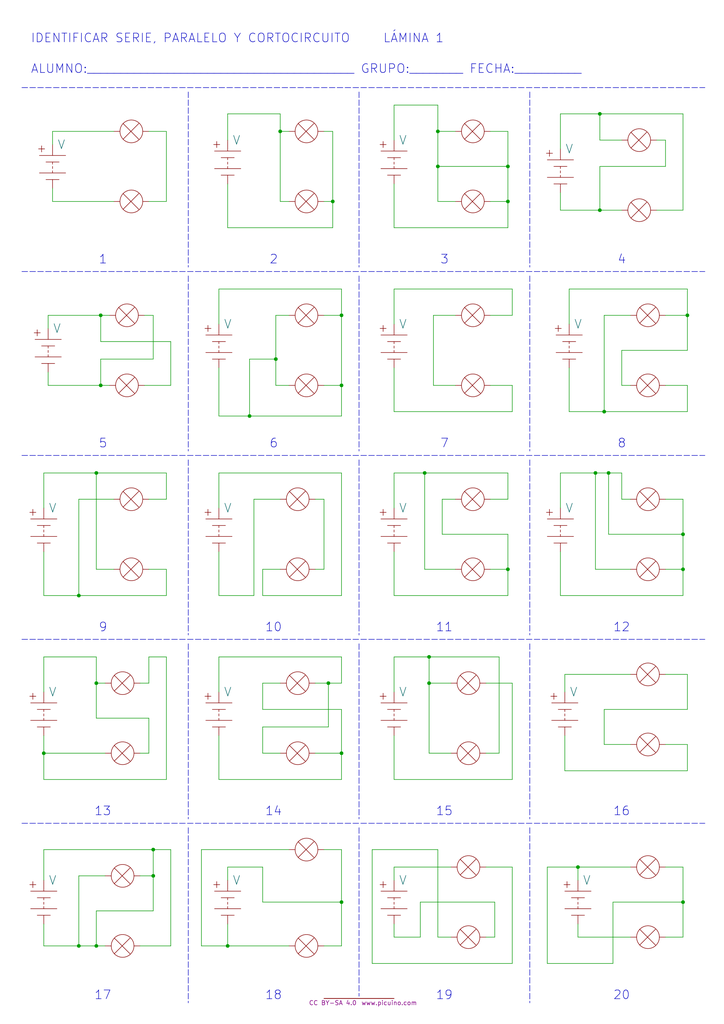
<source format=kicad_sch>
(kicad_sch (version 20211123) (generator eeschema)
  (paper "A4" portrait)
  (title_block (title "Circuitos eléctricos. Identificar serie, paralelo y cortocircuito") (date "16/11/2018") (company "www.picuino.com") (comment 1 "Copyright (c) 2018 by Carlos Pardo") (comment 2 "License CC BY-SA 4.0"))
  (lib_symbols
    (symbol "electric-serie-paralelo-rescue:CopyRight-simbolos" (pin_names (offset 1.016))
      (property "License" "CC BY-SA 4.0" (at -1.27 -1.27 0))
      (property "Web" "www.picuino.com" (at 0 -1.27 0))
      (symbol "CopyRight-simbolos_0_1"
        (polyline (pts (xy -10.16 0) (xy 10.16 0)) (stroke (width 0.2032)))
      )
    )
    (symbol "electric-serie-paralelo-rescue:bateria-simbolos" (pin_names (offset 1.016))
      (property "Reference" "V" (at 5.08 -4.445 0))
      (symbol "bateria-simbolos_0_1"
        (polyline (pts (xy -4.064 -1.27) (xy -2.286 -1.27)))
        (polyline (pts (xy -3.81 -8.255) (xy 3.81 -8.255)))
        (polyline (pts (xy -3.81 -3.175) (xy 3.81 -3.175)))
        (polyline (pts (xy -3.175 -0.381) (xy -3.175 -2.159)))
        (polyline (pts (xy -1.905 -10.16) (xy 1.905 -10.16)))
        (polyline (pts (xy -1.905 -5.08) (xy 1.905 -5.08)))
        (polyline (pts (xy 0 -8.255) (xy 0 -7.62)))
        (polyline (pts (xy 0 -6.985) (xy 0 -6.35)))
        (polyline (pts (xy 0 -5.715) (xy 0 -5.08)))
      )
      (symbol "bateria-simbolos_1_1"
        (pin input line (at 0 -12.7 90) (length 2.54) (name "") (number ""))
        (pin input line (at 0 0 270) (length 3.175) (name "") (number ""))
      )
    )
    (symbol "electric-serie-paralelo-rescue:lampara-simbolos" (pin_names (offset 1.016))
      (property "Reference" "L" (at 4.445 -5.08 0))
      (symbol "lampara-simbolos_0_1"
        (circle (center 0 -5.08) (radius 3.302))
        (polyline (pts (xy -2.286 -7.493) (xy 2.286 -2.921)))
        (polyline (pts (xy -2.286 -2.921) (xy 2.286 -7.493)))
      )
      (symbol "lampara-simbolos_1_1"
        (pin input line (at 0 -10.16 90) (length 1.778) (name "") (number ""))
        (pin input line (at 0 0 270) (length 1.778) (name "") (number ""))
      )
    )
  )
  (junction (at 127 48.26))
  (junction (at 172.72 137.16))
  (junction (at 80.01 104.14))
  (junction (at 44.45 246.38))
  (junction (at 198.12 261.62))
  (junction (at 29.21 111.76))
  (junction (at 147.32 58.42))
  (junction (at 22.86 274.32))
  (junction (at 147.32 48.26))
  (junction (at 27.94 137.16))
  (junction (at 124.46 190.5))
  (junction (at 199.39 91.44))
  (junction (at 95.25 198.12))
  (junction (at 22.86 172.72))
  (junction (at 127 38.1))
  (junction (at 72.39 120.65))
  (junction (at 147.32 165.1))
  (junction (at 173.99 60.96))
  (junction (at 175.26 119.38))
  (junction (at 167.64 251.46))
  (junction (at 44.45 254))
  (junction (at 123.19 137.16))
  (junction (at 66.04 274.32))
  (junction (at 124.46 198.12))
  (junction (at 81.28 38.1))
  (junction (at 96.52 58.42))
  (junction (at 99.06 91.44))
  (junction (at 176.53 137.16))
  (junction (at 99.06 218.44))
  (junction (at 27.94 198.12))
  (junction (at 173.99 33.02))
  (junction (at 12.7 218.44))
  (junction (at 198.12 165.1))
  (junction (at 29.21 91.44))
  (junction (at 198.12 154.94))
  (junction (at 99.06 261.62))
  (junction (at 27.94 274.32))
  (junction (at 99.06 111.76))
  (wire (pts (xy 127 30.48) (xy 127 38.1)))
  (wire (pts (xy 167.64 267.97) (xy 167.64 271.78)))
  (wire (pts (xy 12.7 246.38) (xy 44.45 246.38)))
  (wire (pts (xy 63.5 226.06) (xy 63.5 213.36)))
  (polyline (pts (xy 104.14 80.01) (xy 104.14 130.81)))
  (wire (pts (xy 27.94 198.12) (xy 27.94 208.28)))
  (wire (pts (xy 41.91 111.76) (xy 49.53 111.76)))
  (wire (pts (xy 81.28 33.02) (xy 81.28 38.1)))
  (wire (pts (xy 58.42 246.38) (xy 83.82 246.38)))
  (wire (pts (xy 127 271.78) (xy 127 246.38)))
  (wire (pts (xy 76.2 172.72) (xy 76.2 165.1)))
  (wire (pts (xy 199.39 119.38) (xy 199.39 111.76)))
  (wire (pts (xy 49.53 246.38) (xy 49.53 274.32)))
  (wire (pts (xy 63.5 83.82) (xy 63.5 93.98)))
  (wire (pts (xy 43.18 198.12) (xy 43.18 190.5)))
  (wire (pts (xy 72.39 120.65) (xy 72.39 104.14)))
  (wire (pts (xy 44.45 254) (xy 40.64 254)))
  (wire (pts (xy 163.83 213.36) (xy 163.83 223.52)))
  (wire (pts (xy 162.56 33.02) (xy 173.99 33.02)))
  (polyline (pts (xy 6.35 25.4) (xy 204.47 25.4)))
  (wire (pts (xy 173.99 33.02) (xy 198.12 33.02)))
  (wire (pts (xy 80.01 104.14) (xy 80.01 91.44)))
  (wire (pts (xy 165.1 106.68) (xy 165.1 119.38)))
  (wire (pts (xy 76.2 205.74) (xy 99.06 205.74)))
  (wire (pts (xy 198.12 271.78) (xy 198.12 261.62)))
  (wire (pts (xy 12.7 218.44) (xy 12.7 213.36)))
  (polyline (pts (xy 104.14 186.69) (xy 104.14 237.49)))
  (wire (pts (xy 99.06 190.5) (xy 99.06 198.12)))
  (wire (pts (xy 66.04 33.02) (xy 81.28 33.02)))
  (wire (pts (xy 63.5 190.5) (xy 99.06 190.5)))
  (wire (pts (xy 172.72 137.16) (xy 176.53 137.16)))
  (wire (pts (xy 198.12 60.96) (xy 190.5 60.96)))
  (wire (pts (xy 30.48 198.12) (xy 27.94 198.12)))
  (wire (pts (xy 13.97 95.25) (xy 13.97 91.44)))
  (wire (pts (xy 99.06 261.62) (xy 99.06 274.32)))
  (wire (pts (xy 114.3 137.16) (xy 114.3 147.32)))
  (wire (pts (xy 123.19 137.16) (xy 114.3 137.16)))
  (wire (pts (xy 40.64 198.12) (xy 43.18 198.12)))
  (wire (pts (xy 142.24 38.1) (xy 147.32 38.1)))
  (wire (pts (xy 198.12 165.1) (xy 198.12 172.72)))
  (wire (pts (xy 199.39 83.82) (xy 199.39 91.44)))
  (wire (pts (xy 66.04 251.46) (xy 76.2 251.46)))
  (wire (pts (xy 158.75 279.4) (xy 158.75 251.46)))
  (wire (pts (xy 76.2 251.46) (xy 76.2 261.62)))
  (wire (pts (xy 99.06 120.65) (xy 99.06 111.76)))
  (wire (pts (xy 143.51 261.62) (xy 143.51 271.78)))
  (wire (pts (xy 175.26 205.74) (xy 175.26 215.9)))
  (wire (pts (xy 27.94 274.32) (xy 22.86 274.32)))
  (wire (pts (xy 163.83 195.58) (xy 182.88 195.58)))
  (wire (pts (xy 193.04 195.58) (xy 199.39 195.58)))
  (wire (pts (xy 173.99 40.64) (xy 173.99 33.02)))
  (wire (pts (xy 180.34 101.6) (xy 199.39 101.6)))
  (wire (pts (xy 76.2 218.44) (xy 76.2 210.82)))
  (wire (pts (xy 148.59 198.12) (xy 148.59 226.06)))
  (wire (pts (xy 48.26 165.1) (xy 43.18 165.1)))
  (wire (pts (xy 199.39 205.74) (xy 175.26 205.74)))
  (wire (pts (xy 176.53 137.16) (xy 176.53 154.94)))
  (wire (pts (xy 148.59 119.38) (xy 148.59 111.76)))
  (wire (pts (xy 147.32 137.16) (xy 123.19 137.16)))
  (wire (pts (xy 29.21 111.76) (xy 31.75 111.76)))
  (wire (pts (xy 99.06 83.82) (xy 99.06 91.44)))
  (wire (pts (xy 72.39 104.14) (xy 80.01 104.14)))
  (wire (pts (xy 12.7 172.72) (xy 22.86 172.72)))
  (wire (pts (xy 125.73 91.44) (xy 125.73 111.76)))
  (wire (pts (xy 199.39 223.52) (xy 199.39 215.9)))
  (wire (pts (xy 148.59 111.76) (xy 142.24 111.76)))
  (wire (pts (xy 13.97 111.76) (xy 29.21 111.76)))
  (wire (pts (xy 124.46 198.12) (xy 124.46 190.5)))
  (wire (pts (xy 114.3 40.64) (xy 114.3 30.48)))
  (wire (pts (xy 49.53 111.76) (xy 49.53 99.06)))
  (wire (pts (xy 142.24 165.1) (xy 147.32 165.1)))
  (wire (pts (xy 147.32 144.78) (xy 147.32 137.16)))
  (wire (pts (xy 99.06 218.44) (xy 99.06 226.06)))
  (wire (pts (xy 99.06 274.32) (xy 93.98 274.32)))
  (wire (pts (xy 48.26 38.1) (xy 48.26 58.42)))
  (wire (pts (xy 44.45 91.44) (xy 44.45 104.14)))
  (wire (pts (xy 107.95 279.4) (xy 148.59 279.4)))
  (wire (pts (xy 12.7 147.32) (xy 12.7 137.16)))
  (wire (pts (xy 162.56 172.72) (xy 162.56 160.02)))
  (wire (pts (xy 167.64 255.27) (xy 167.64 251.46)))
  (wire (pts (xy 162.56 147.32) (xy 162.56 137.16)))
  (wire (pts (xy 58.42 274.32) (xy 58.42 246.38)))
  (wire (pts (xy 176.53 137.16) (xy 180.34 137.16)))
  (wire (pts (xy 162.56 137.16) (xy 172.72 137.16)))
  (wire (pts (xy 48.26 226.06) (xy 12.7 226.06)))
  (polyline (pts (xy 54.61 80.01) (xy 54.61 130.81)))
  (wire (pts (xy 148.59 226.06) (xy 114.3 226.06)))
  (wire (pts (xy 44.45 246.38) (xy 44.45 254)))
  (wire (pts (xy 148.59 91.44) (xy 142.24 91.44)))
  (wire (pts (xy 76.2 198.12) (xy 76.2 205.74)))
  (wire (pts (xy 132.08 165.1) (xy 123.19 165.1)))
  (wire (pts (xy 27.94 190.5) (xy 27.94 198.12)))
  (wire (pts (xy 198.12 154.94) (xy 198.12 144.78)))
  (polyline (pts (xy 153.67 240.03) (xy 153.67 290.83)))
  (wire (pts (xy 48.26 144.78) (xy 43.18 144.78)))
  (wire (pts (xy 114.3 271.78) (xy 121.92 271.78)))
  (wire (pts (xy 44.45 264.16) (xy 27.94 264.16)))
  (wire (pts (xy 96.52 38.1) (xy 96.52 58.42)))
  (wire (pts (xy 48.26 190.5) (xy 48.26 226.06)))
  (wire (pts (xy 49.53 99.06) (xy 29.21 99.06)))
  (wire (pts (xy 12.7 160.02) (xy 12.7 172.72)))
  (wire (pts (xy 127 38.1) (xy 132.08 38.1)))
  (wire (pts (xy 199.39 91.44) (xy 193.04 91.44)))
  (wire (pts (xy 199.39 195.58) (xy 199.39 205.74)))
  (wire (pts (xy 15.24 38.1) (xy 33.02 38.1)))
  (wire (pts (xy 63.5 137.16) (xy 99.06 137.16)))
  (wire (pts (xy 22.86 274.32) (xy 22.86 254)))
  (wire (pts (xy 167.64 271.78) (xy 182.88 271.78)))
  (wire (pts (xy 114.3 251.46) (xy 130.81 251.46)))
  (wire (pts (xy 29.21 104.14) (xy 29.21 111.76)))
  (wire (pts (xy 95.25 210.82) (xy 95.25 198.12)))
  (wire (pts (xy 180.34 111.76) (xy 180.34 101.6)))
  (wire (pts (xy 63.5 172.72) (xy 73.66 172.72)))
  (wire (pts (xy 177.8 261.62) (xy 177.8 279.4)))
  (wire (pts (xy 144.78 218.44) (xy 140.97 218.44)))
  (wire (pts (xy 41.91 91.44) (xy 44.45 91.44)))
  (wire (pts (xy 180.34 60.96) (xy 173.99 60.96)))
  (wire (pts (xy 128.27 144.78) (xy 132.08 144.78)))
  (wire (pts (xy 76.2 261.62) (xy 99.06 261.62)))
  (wire (pts (xy 163.83 200.66) (xy 163.83 195.58)))
  (polyline (pts (xy 104.14 26.67) (xy 104.14 77.47)))
  (polyline (pts (xy 153.67 80.01) (xy 153.67 130.81)))
  (wire (pts (xy 96.52 58.42) (xy 93.98 58.42)))
  (wire (pts (xy 91.44 218.44) (xy 99.06 218.44)))
  (wire (pts (xy 198.12 144.78) (xy 193.04 144.78)))
  (wire (pts (xy 193.04 48.26) (xy 193.04 40.64)))
  (wire (pts (xy 83.82 274.32) (xy 66.04 274.32)))
  (wire (pts (xy 33.02 58.42) (xy 15.24 58.42)))
  (wire (pts (xy 44.45 104.14) (xy 29.21 104.14)))
  (wire (pts (xy 193.04 271.78) (xy 198.12 271.78)))
  (wire (pts (xy 130.81 198.12) (xy 124.46 198.12)))
  (wire (pts (xy 198.12 165.1) (xy 193.04 165.1)))
  (wire (pts (xy 13.97 91.44) (xy 29.21 91.44)))
  (wire (pts (xy 147.32 58.42) (xy 142.24 58.42)))
  (wire (pts (xy 114.3 83.82) (xy 148.59 83.82)))
  (polyline (pts (xy 6.35 78.74) (xy 204.47 78.74)))
  (wire (pts (xy 99.06 226.06) (xy 63.5 226.06)))
  (wire (pts (xy 93.98 144.78) (xy 93.98 165.1)))
  (wire (pts (xy 114.3 226.06) (xy 114.3 213.36)))
  (polyline (pts (xy 54.61 26.67) (xy 54.61 77.47)))
  (wire (pts (xy 147.32 58.42) (xy 147.32 66.04)))
  (wire (pts (xy 81.28 198.12) (xy 76.2 198.12)))
  (wire (pts (xy 12.7 137.16) (xy 27.94 137.16)))
  (wire (pts (xy 81.28 58.42) (xy 83.82 58.42)))
  (wire (pts (xy 114.3 119.38) (xy 148.59 119.38)))
  (wire (pts (xy 91.44 144.78) (xy 93.98 144.78)))
  (wire (pts (xy 73.66 172.72) (xy 73.66 144.78)))
  (wire (pts (xy 165.1 119.38) (xy 175.26 119.38)))
  (wire (pts (xy 27.94 208.28) (xy 43.18 208.28)))
  (polyline (pts (xy 104.14 240.03) (xy 104.14 288.925)))
  (wire (pts (xy 12.7 255.27) (xy 12.7 246.38)))
  (wire (pts (xy 123.19 165.1) (xy 123.19 137.16)))
  (wire (pts (xy 66.04 274.32) (xy 58.42 274.32)))
  (wire (pts (xy 180.34 40.64) (xy 173.99 40.64)))
  (wire (pts (xy 198.12 261.62) (xy 177.8 261.62)))
  (wire (pts (xy 193.04 40.64) (xy 190.5 40.64)))
  (wire (pts (xy 48.26 58.42) (xy 43.18 58.42)))
  (polyline (pts (xy 54.61 133.35) (xy 54.61 184.15)))
  (wire (pts (xy 99.06 205.74) (xy 99.06 218.44)))
  (polyline (pts (xy 104.14 133.35) (xy 104.14 184.15)))
  (wire (pts (xy 12.7 226.06) (xy 12.7 218.44)))
  (wire (pts (xy 162.56 60.96) (xy 162.56 55.88)))
  (wire (pts (xy 12.7 200.66) (xy 12.7 190.5)))
  (wire (pts (xy 121.92 261.62) (xy 143.51 261.62)))
  (wire (pts (xy 48.26 172.72) (xy 48.26 165.1)))
  (wire (pts (xy 22.86 274.32) (xy 12.7 274.32)))
  (wire (pts (xy 127 246.38) (xy 107.95 246.38)))
  (wire (pts (xy 107.95 246.38) (xy 107.95 279.4)))
  (wire (pts (xy 76.2 210.82) (xy 95.25 210.82)))
  (wire (pts (xy 172.72 137.16) (xy 172.72 165.1)))
  (wire (pts (xy 66.04 255.27) (xy 66.04 251.46)))
  (polyline (pts (xy 6.35 185.42) (xy 204.47 185.42)))
  (wire (pts (xy 147.32 48.26) (xy 147.32 58.42)))
  (wire (pts (xy 76.2 165.1) (xy 81.28 165.1)))
  (wire (pts (xy 127 48.26) (xy 127 58.42)))
  (wire (pts (xy 175.26 119.38) (xy 199.39 119.38)))
  (wire (pts (xy 66.04 66.04) (xy 66.04 53.34)))
  (wire (pts (xy 95.25 198.12) (xy 91.44 198.12)))
  (wire (pts (xy 12.7 274.32) (xy 12.7 267.97)))
  (wire (pts (xy 199.39 215.9) (xy 193.04 215.9)))
  (wire (pts (xy 148.59 279.4) (xy 148.59 251.46)))
  (wire (pts (xy 165.1 93.98) (xy 165.1 83.82)))
  (wire (pts (xy 81.28 38.1) (xy 81.28 58.42)))
  (wire (pts (xy 63.5 83.82) (xy 99.06 83.82)))
  (wire (pts (xy 99.06 246.38) (xy 93.98 246.38)))
  (wire (pts (xy 114.3 255.27) (xy 114.3 251.46)))
  (wire (pts (xy 15.24 41.91) (xy 15.24 38.1)))
  (wire (pts (xy 172.72 165.1) (xy 182.88 165.1)))
  (wire (pts (xy 180.34 144.78) (xy 182.88 144.78)))
  (wire (pts (xy 93.98 165.1) (xy 91.44 165.1)))
  (wire (pts (xy 162.56 33.02) (xy 162.56 43.18)))
  (wire (pts (xy 73.66 144.78) (xy 81.28 144.78)))
  (wire (pts (xy 173.99 60.96) (xy 173.99 48.26)))
  (wire (pts (xy 33.02 144.78) (xy 22.86 144.78)))
  (wire (pts (xy 15.24 58.42) (xy 15.24 54.61)))
  (wire (pts (xy 124.46 218.44) (xy 124.46 198.12)))
  (wire (pts (xy 63.5 200.66) (xy 63.5 190.5)))
  (wire (pts (xy 199.39 101.6) (xy 199.39 91.44)))
  (wire (pts (xy 27.94 137.16) (xy 48.26 137.16)))
  (polyline (pts (xy 6.35 238.76) (xy 204.47 238.76)))
  (wire (pts (xy 99.06 91.44) (xy 99.06 111.76)))
  (polyline (pts (xy 153.67 186.69) (xy 153.67 237.49)))
  (wire (pts (xy 99.06 172.72) (xy 76.2 172.72)))
  (wire (pts (xy 198.12 261.62) (xy 198.12 251.46)))
  (wire (pts (xy 72.39 120.65) (xy 99.06 120.65)))
  (wire (pts (xy 27.94 264.16) (xy 27.94 274.32)))
  (wire (pts (xy 163.83 223.52) (xy 199.39 223.52)))
  (wire (pts (xy 43.18 208.28) (xy 43.18 218.44)))
  (wire (pts (xy 198.12 172.72) (xy 162.56 172.72)))
  (wire (pts (xy 132.08 91.44) (xy 125.73 91.44)))
  (wire (pts (xy 114.3 160.02) (xy 114.3 172.72)))
  (wire (pts (xy 177.8 279.4) (xy 158.75 279.4)))
  (wire (pts (xy 121.92 271.78) (xy 121.92 261.62)))
  (wire (pts (xy 148.59 251.46) (xy 140.97 251.46)))
  (wire (pts (xy 44.45 254) (xy 44.45 264.16)))
  (wire (pts (xy 114.3 267.97) (xy 114.3 271.78)))
  (wire (pts (xy 22.86 144.78) (xy 22.86 172.72)))
  (wire (pts (xy 80.01 104.14) (xy 80.01 111.76)))
  (wire (pts (xy 81.28 218.44) (xy 76.2 218.44)))
  (wire (pts (xy 99.06 137.16) (xy 99.06 172.72)))
  (wire (pts (xy 80.01 111.76) (xy 83.82 111.76)))
  (wire (pts (xy 80.01 91.44) (xy 83.82 91.44)))
  (wire (pts (xy 114.3 83.82) (xy 114.3 93.98)))
  (wire (pts (xy 180.34 137.16) (xy 180.34 144.78)))
  (wire (pts (xy 182.88 111.76) (xy 180.34 111.76)))
  (wire (pts (xy 176.53 154.94) (xy 198.12 154.94)))
  (wire (pts (xy 30.48 274.32) (xy 27.94 274.32)))
  (wire (pts (xy 114.3 172.72) (xy 147.32 172.72)))
  (polyline (pts (xy 153.67 26.67) (xy 153.67 77.47)))
  (wire (pts (xy 13.97 107.95) (xy 13.97 111.76)))
  (wire (pts (xy 63.5 147.32) (xy 63.5 137.16)))
  (wire (pts (xy 167.64 251.46) (xy 182.88 251.46)))
  (wire (pts (xy 44.45 246.38) (xy 49.53 246.38)))
  (wire (pts (xy 114.3 66.04) (xy 114.3 53.34)))
  (wire (pts (xy 147.32 165.1) (xy 147.32 154.94)))
  (wire (pts (xy 99.06 198.12) (xy 95.25 198.12)))
  (wire (pts (xy 43.18 38.1) (xy 48.26 38.1)))
  (wire (pts (xy 43.18 190.5) (xy 48.26 190.5)))
  (wire (pts (xy 66.04 33.02) (xy 66.04 40.64)))
  (wire (pts (xy 29.21 99.06) (xy 29.21 91.44)))
  (wire (pts (xy 22.86 254) (xy 30.48 254)))
  (polyline (pts (xy 6.35 132.08) (xy 204.47 132.08)))
  (wire (pts (xy 48.26 137.16) (xy 48.26 144.78)))
  (wire (pts (xy 22.86 172.72) (xy 48.26 172.72)))
  (wire (pts (xy 12.7 190.5) (xy 27.94 190.5)))
  (wire (pts (xy 127 58.42) (xy 132.08 58.42)))
  (wire (pts (xy 199.39 111.76) (xy 193.04 111.76)))
  (wire (pts (xy 175.26 215.9) (xy 182.88 215.9)))
  (wire (pts (xy 29.21 91.44) (xy 31.75 91.44)))
  (wire (pts (xy 140.97 198.12) (xy 148.59 198.12)))
  (wire (pts (xy 142.24 144.78) (xy 147.32 144.78)))
  (wire (pts (xy 127 38.1) (xy 127 48.26)))
  (wire (pts (xy 127 48.26) (xy 147.32 48.26)))
  (polyline (pts (xy 54.61 240.03) (xy 54.61 290.83)))
  (wire (pts (xy 81.28 38.1) (xy 83.82 38.1)))
  (wire (pts (xy 63.5 106.68) (xy 63.5 120.65)))
  (wire (pts (xy 125.73 111.76) (xy 132.08 111.76)))
  (wire (pts (xy 147.32 38.1) (xy 147.32 48.26)))
  (wire (pts (xy 144.78 190.5) (xy 144.78 218.44)))
  (wire (pts (xy 128.27 154.94) (xy 128.27 144.78)))
  (wire (pts (xy 30.48 218.44) (xy 12.7 218.44)))
  (wire (pts (xy 173.99 60.96) (xy 162.56 60.96)))
  (wire (pts (xy 143.51 271.78) (xy 140.97 271.78)))
  (wire (pts (xy 66.04 267.97) (xy 66.04 274.32)))
  (wire (pts (xy 63.5 120.65) (xy 72.39 120.65)))
  (wire (pts (xy 33.02 165.1) (xy 27.94 165.1)))
  (wire (pts (xy 130.81 271.78) (xy 127 271.78)))
  (wire (pts (xy 114.3 200.66) (xy 114.3 190.5)))
  (wire (pts (xy 147.32 66.04) (xy 114.3 66.04)))
  (polyline (pts (xy 54.61 186.69) (xy 54.61 237.49)))
  (wire (pts (xy 114.3 190.5) (xy 124.46 190.5)))
  (wire (pts (xy 114.3 106.68) (xy 114.3 119.38)))
  (wire (pts (xy 173.99 48.26) (xy 193.04 48.26)))
  (wire (pts (xy 158.75 251.46) (xy 167.64 251.46)))
  (wire (pts (xy 27.94 165.1) (xy 27.94 137.16)))
  (wire (pts (xy 182.88 91.44) (xy 175.26 91.44)))
  (wire (pts (xy 130.81 218.44) (xy 124.46 218.44)))
  (wire (pts (xy 96.52 58.42) (xy 96.52 66.04)))
  (wire (pts (xy 93.98 38.1) (xy 96.52 38.1)))
  (wire (pts (xy 165.1 83.82) (xy 199.39 83.82)))
  (wire (pts (xy 148.59 83.82) (xy 148.59 91.44)))
  (wire (pts (xy 96.52 66.04) (xy 66.04 66.04)))
  (wire (pts (xy 198.12 33.02) (xy 198.12 60.96)))
  (wire (pts (xy 147.32 172.72) (xy 147.32 165.1)))
  (wire (pts (xy 49.53 274.32) (xy 40.64 274.32)))
  (wire (pts (xy 147.32 154.94) (xy 128.27 154.94)))
  (wire (pts (xy 63.5 160.02) (xy 63.5 172.72)))
  (wire (pts (xy 99.06 111.76) (xy 93.98 111.76)))
  (wire (pts (xy 198.12 251.46) (xy 193.04 251.46)))
  (wire (pts (xy 198.12 154.94) (xy 198.12 165.1)))
  (wire (pts (xy 114.3 30.48) (xy 127 30.48)))
  (wire (pts (xy 99.06 261.62) (xy 99.06 246.38)))
  (polyline (pts (xy 153.67 133.35) (xy 153.67 184.15)))
  (wire (pts (xy 175.26 91.44) (xy 175.26 119.38)))
  (wire (pts (xy 93.98 91.44) (xy 99.06 91.44)))
  (wire (pts (xy 124.46 190.5) (xy 144.78 190.5)))
  (wire (pts (xy 43.18 218.44) (xy 40.64 218.44)))
  (text "4" (at 179.07 76.835 0) (effects (font (size 2.54 2.54)) (justify left bottom)))
  (text "10" (at 76.835 183.515 0) (effects (font (size 2.54 2.54)) (justify left bottom)))
  (text "1" (at 28.575 76.835 0) (effects (font (size 2.54 2.54)) (justify left bottom)))
  (text "6" (at 78.105 130.175 0) (effects (font (size 2.54 2.54)) (justify left bottom)))
  (text "20" (at 177.8 290.195 0) (effects (font (size 2.54 2.54)) (justify left bottom)))
  (text "5" (at 28.575 130.175 0) (effects (font (size 2.54 2.54)) (justify left bottom)))
  (text "3" (at 127.635 76.835 0) (effects (font (size 2.54 2.54)) (justify left bottom)))
  (text "18" (at 76.835 290.195 0) (effects (font (size 2.54 2.54)) (justify left bottom)))
  (text "15" (at 126.365 236.855 0) (effects (font (size 2.54 2.54)) (justify left bottom)))
  (text "14" (at 76.835 236.855 0) (effects (font (size 2.54 2.54)) (justify left bottom)))
  (text "12" (at 177.8 183.515 0) (effects (font (size 2.54 2.54)) (justify left bottom)))
  (text "9" (at 28.575 183.515 0) (effects (font (size 2.54 2.54)) (justify left bottom)))
  (text "2" (at 78.105 76.835 0) (effects (font (size 2.54 2.54)) (justify left bottom)))
  (text "17" (at 27.305 290.195 0) (effects (font (size 2.54 2.54)) (justify left bottom)))
  (text "ALUMNO:________________________________________ GRUPO:________ FECHA:__________\n" (at 8.89 21.59 0) (effects (font (size 2.54 2.54)) (justify left bottom)))
  (text "13" (at 27.305 236.855 0) (effects (font (size 2.54 2.54)) (justify left bottom)))
  (text "8" (at 179.07 130.175 0) (effects (font (size 2.54 2.54)) (justify left bottom)))
  (text "16" (at 177.8 236.855 0) (effects (font (size 2.54 2.54)) (justify left bottom)))
  (text "11" (at 126.365 183.515 0) (effects (font (size 2.54 2.54)) (justify left bottom)))
  (text "7" (at 127.635 130.175 0) (effects (font (size 2.54 2.54)) (justify left bottom)))
  (text "19" (at 126.365 290.195 0) (effects (font (size 2.54 2.54)) (justify left bottom)))
  (text "IDENTIFICAR SERIE, PARALELO Y CORTOCIRCUITO     LÁMINA 1" (at 8.89 12.7 0) (effects (font (size 2.54 2.54)) (justify left bottom)))
  (symbol (lib_id "electric-serie-paralelo-rescue:lampara-simbolos") (at 43.18 38.1 270) (unit 1)
    (property "Reference" "L1" (effects hide))
    (property "Value" "lampara" (effects hide))
  )
  (symbol (lib_id "electric-serie-paralelo-rescue:lampara-simbolos") (at 43.18 58.42 270) (unit 1)
    (property "Reference" "L5" (effects hide))
    (property "Value" "lampara" (effects hide))
  )
  (symbol (lib_id "electric-serie-paralelo-rescue:bateria-simbolos") (at 162.56 43.18 0) (unit 1)
    (property "Reference" "V" (at 163.83 43.18 0) (effects (font (size 2.54 2.54)) (justify left)))
    (property "Value" "bateria" (effects hide))
  )
  (symbol (lib_id "electric-serie-paralelo-rescue:lampara-simbolos") (at 93.98 38.1 270) (unit 1)
    (property "Reference" "L2" (effects hide))
    (property "Value" "lampara" (effects hide))
  )
  (symbol (lib_id "electric-serie-paralelo-rescue:lampara-simbolos") (at 93.98 58.42 270) (unit 1)
    (property "Reference" "L6" (effects hide))
    (property "Value" "lampara" (effects hide))
  )
  (symbol (lib_id "electric-serie-paralelo-rescue:lampara-simbolos") (at 190.5 40.64 270) (unit 1)
    (property "Reference" "L4" (effects hide))
    (property "Value" "lampara" (effects hide))
  )
  (symbol (lib_id "electric-serie-paralelo-rescue:lampara-simbolos") (at 190.5 60.96 270) (unit 1)
    (property "Reference" "L8" (effects hide))
    (property "Value" "lampara" (effects hide))
  )
  (symbol (lib_id "electric-serie-paralelo-rescue:bateria-simbolos") (at 66.04 40.64 0) (unit 1)
    (property "Reference" "V" (at 67.31 40.64 0) (effects (font (size 2.54 2.54)) (justify left)))
    (property "Value" "bateria" (effects hide))
  )
  (symbol (lib_id "electric-serie-paralelo-rescue:lampara-simbolos") (at 93.98 91.44 270) (unit 1)
    (property "Reference" "L10" (effects hide))
    (property "Value" "lampara" (effects hide))
  )
  (symbol (lib_id "electric-serie-paralelo-rescue:lampara-simbolos") (at 93.98 111.76 270) (unit 1)
    (property "Reference" "L14" (effects hide))
    (property "Value" "lampara" (effects hide))
  )
  (symbol (lib_id "electric-serie-paralelo-rescue:bateria-simbolos") (at 165.1 93.98 0) (unit 1)
    (property "Reference" "V" (at 166.37 93.98 0) (effects (font (size 2.54 2.54)) (justify left)))
    (property "Value" "bateria" (effects hide))
  )
  (symbol (lib_id "electric-serie-paralelo-rescue:lampara-simbolos") (at 41.91 91.44 270) (unit 1)
    (property "Reference" "L9" (effects hide))
    (property "Value" "lampara" (effects hide))
  )
  (symbol (lib_id "electric-serie-paralelo-rescue:lampara-simbolos") (at 41.91 111.76 270) (unit 1)
    (property "Reference" "L13" (effects hide))
    (property "Value" "lampara" (effects hide))
  )
  (symbol (lib_id "electric-serie-paralelo-rescue:bateria-simbolos") (at 114.3 93.98 0) (unit 1)
    (property "Reference" "V" (at 115.57 93.98 0) (effects (font (size 2.54 2.54)) (justify left)))
    (property "Value" "bateria" (effects hide))
  )
  (symbol (lib_id "electric-serie-paralelo-rescue:lampara-simbolos") (at 43.18 144.78 270) (unit 1)
    (property "Reference" "L17" (effects hide))
    (property "Value" "lampara" (effects hide))
  )
  (symbol (lib_id "electric-serie-paralelo-rescue:lampara-simbolos") (at 43.18 165.1 270) (unit 1)
    (property "Reference" "L21" (effects hide))
    (property "Value" "lampara" (effects hide))
  )
  (symbol (lib_id "electric-serie-paralelo-rescue:bateria-simbolos") (at 12.7 147.32 0) (unit 1)
    (property "Reference" "V" (at 13.97 147.32 0) (effects (font (size 2.54 2.54)) (justify left)))
    (property "Value" "bateria" (effects hide))
  )
  (symbol (lib_id "electric-serie-paralelo-rescue:lampara-simbolos") (at 142.24 91.44 270) (unit 1)
    (property "Reference" "L11" (effects hide))
    (property "Value" "lampara" (effects hide))
  )
  (symbol (lib_id "electric-serie-paralelo-rescue:lampara-simbolos") (at 142.24 111.76 270) (unit 1)
    (property "Reference" "L15" (effects hide))
    (property "Value" "lampara" (effects hide))
  )
  (symbol (lib_id "electric-serie-paralelo-rescue:bateria-simbolos") (at 13.97 95.25 0) (unit 1)
    (property "Reference" "V" (at 15.24 95.25 0) (effects (font (size 2.54 2.54)) (justify left)))
    (property "Value" "bateria" (effects hide))
  )
  (symbol (lib_id "electric-serie-paralelo-rescue:lampara-simbolos") (at 193.04 91.44 270) (unit 1)
    (property "Reference" "L12" (effects hide))
    (property "Value" "lampara" (effects hide))
  )
  (symbol (lib_id "electric-serie-paralelo-rescue:lampara-simbolos") (at 193.04 111.76 270) (unit 1)
    (property "Reference" "L16" (effects hide))
    (property "Value" "lampara" (effects hide))
  )
  (symbol (lib_id "electric-serie-paralelo-rescue:bateria-simbolos") (at 63.5 93.98 0) (unit 1)
    (property "Reference" "V" (at 64.77 93.98 0) (effects (font (size 2.54 2.54)) (justify left)))
    (property "Value" "bateria" (effects hide))
  )
  (symbol (lib_id "electric-serie-paralelo-rescue:bateria-simbolos") (at 114.3 40.64 0) (unit 1)
    (property "Reference" "V" (at 115.57 40.64 0) (effects (font (size 2.54 2.54)) (justify left)))
    (property "Value" "bateria" (effects hide))
  )
  (symbol (lib_id "electric-serie-paralelo-rescue:lampara-simbolos") (at 91.44 144.78 270) (unit 1)
    (property "Reference" "L18" (effects hide))
    (property "Value" "lampara" (effects hide))
  )
  (symbol (lib_id "electric-serie-paralelo-rescue:lampara-simbolos") (at 91.44 165.1 270) (unit 1)
    (property "Reference" "L22" (effects hide))
    (property "Value" "lampara" (effects hide))
  )
  (symbol (lib_id "electric-serie-paralelo-rescue:bateria-simbolos") (at 63.5 147.32 0) (unit 1)
    (property "Reference" "V" (at 64.77 147.32 0) (effects (font (size 2.54 2.54)) (justify left)))
    (property "Value" "bateria" (effects hide))
  )
  (symbol (lib_id "electric-serie-paralelo-rescue:lampara-simbolos") (at 142.24 144.78 270) (unit 1)
    (property "Reference" "L19" (effects hide))
    (property "Value" "lampara" (effects hide))
  )
  (symbol (lib_id "electric-serie-paralelo-rescue:lampara-simbolos") (at 142.24 165.1 270) (unit 1)
    (property "Reference" "L23" (effects hide))
    (property "Value" "lampara" (effects hide))
  )
  (symbol (lib_id "electric-serie-paralelo-rescue:bateria-simbolos") (at 114.3 147.32 0) (unit 1)
    (property "Reference" "V" (at 115.57 147.32 0) (effects (font (size 2.54 2.54)) (justify left)))
    (property "Value" "bateria" (effects hide))
  )
  (symbol (lib_id "electric-serie-paralelo-rescue:CopyRight-simbolos") (at 104.14 289.56 0) (unit 1)
    (property "Reference" "CP1" (effects hide))
    (property "Value" "CopyRight" (effects hide))
    (property "License" "CC BY-SA 4.0" (at 103.505 290.83 0) (effects (justify right)))
    (property "Web" "www.picuino.com" (at 104.775 290.83 0) (effects (justify left)))
  )
  (symbol (lib_id "electric-serie-paralelo-rescue:lampara-simbolos") (at 142.24 38.1 270) (unit 1)
    (property "Reference" "L3" (effects hide))
    (property "Value" "lampara" (effects hide))
  )
  (symbol (lib_id "electric-serie-paralelo-rescue:lampara-simbolos") (at 142.24 58.42 270) (unit 1)
    (property "Reference" "L7" (effects hide))
    (property "Value" "lampara" (effects hide))
  )
  (symbol (lib_id "electric-serie-paralelo-rescue:bateria-simbolos") (at 15.24 41.91 0) (unit 1)
    (property "Reference" "V" (at 16.51 41.91 0) (effects (font (size 2.54 2.54)) (justify left)))
    (property "Value" "bateria" (effects hide))
  )
  (symbol (lib_id "electric-serie-paralelo-rescue:lampara-simbolos") (at 193.04 144.78 270) (unit 1)
    (property "Reference" "L20" (effects hide))
    (property "Value" "lampara" (effects hide))
  )
  (symbol (lib_id "electric-serie-paralelo-rescue:lampara-simbolos") (at 193.04 165.1 270) (unit 1)
    (property "Reference" "L24" (effects hide))
    (property "Value" "lampara" (effects hide))
  )
  (symbol (lib_id "electric-serie-paralelo-rescue:bateria-simbolos") (at 162.56 147.32 0) (unit 1)
    (property "Reference" "V" (at 163.83 147.32 0) (effects (font (size 2.54 2.54)) (justify left)))
    (property "Value" "bateria" (effects hide))
  )
  (symbol (lib_id "electric-serie-paralelo-rescue:lampara-simbolos") (at 40.64 198.12 270) (unit 1)
    (property "Reference" "L26" (effects hide))
    (property "Value" "lampara" (effects hide))
  )
  (symbol (lib_id "electric-serie-paralelo-rescue:lampara-simbolos") (at 40.64 218.44 270) (unit 1)
    (property "Reference" "L30" (effects hide))
    (property "Value" "lampara" (effects hide))
  )
  (symbol (lib_id "electric-serie-paralelo-rescue:bateria-simbolos") (at 12.7 200.66 0) (unit 1)
    (property "Reference" "V" (at 13.97 200.66 0) (effects (font (size 2.54 2.54)) (justify left)))
    (property "Value" "bateria" (effects hide))
  )
  (symbol (lib_id "electric-serie-paralelo-rescue:lampara-simbolos") (at 91.44 198.12 270) (unit 1)
    (property "Reference" "L27" (effects hide))
    (property "Value" "lampara" (effects hide))
  )
  (symbol (lib_id "electric-serie-paralelo-rescue:lampara-simbolos") (at 91.44 218.44 270) (unit 1)
    (property "Reference" "L31" (effects hide))
    (property "Value" "lampara" (effects hide))
  )
  (symbol (lib_id "electric-serie-paralelo-rescue:bateria-simbolos") (at 63.5 200.66 0) (unit 1)
    (property "Reference" "V" (at 64.77 200.66 0) (effects (font (size 2.54 2.54)) (justify left)))
    (property "Value" "bateria" (effects hide))
  )
  (symbol (lib_id "electric-serie-paralelo-rescue:lampara-simbolos") (at 140.97 198.12 270) (unit 1)
    (property "Reference" "L28" (effects hide))
    (property "Value" "lampara" (effects hide))
  )
  (symbol (lib_id "electric-serie-paralelo-rescue:lampara-simbolos") (at 140.97 218.44 270) (unit 1)
    (property "Reference" "L32" (effects hide))
    (property "Value" "lampara" (effects hide))
  )
  (symbol (lib_id "electric-serie-paralelo-rescue:bateria-simbolos") (at 114.3 200.66 0) (unit 1)
    (property "Reference" "V" (at 115.57 200.66 0) (effects (font (size 2.54 2.54)) (justify left)))
    (property "Value" "bateria" (effects hide))
  )
  (symbol (lib_id "electric-serie-paralelo-rescue:lampara-simbolos") (at 193.04 195.58 270) (unit 1)
    (property "Reference" "L25" (effects hide))
    (property "Value" "lampara" (effects hide))
  )
  (symbol (lib_id "electric-serie-paralelo-rescue:lampara-simbolos") (at 193.04 215.9 270) (unit 1)
    (property "Reference" "L29" (effects hide))
    (property "Value" "lampara" (effects hide))
  )
  (symbol (lib_id "electric-serie-paralelo-rescue:bateria-simbolos") (at 163.83 200.66 0) (unit 1)
    (property "Reference" "V" (at 165.1 200.66 0) (effects (font (size 2.54 2.54)) (justify left)))
    (property "Value" "bateria" (effects hide))
  )
  (symbol (lib_id "electric-serie-paralelo-rescue:lampara-simbolos") (at 40.64 254 270) (unit 1)
    (property "Reference" "L36" (effects hide))
    (property "Value" "lampara" (effects hide))
  )
  (symbol (lib_id "electric-serie-paralelo-rescue:lampara-simbolos") (at 40.64 274.32 270) (unit 1)
    (property "Reference" "L39" (effects hide))
    (property "Value" "lampara" (effects hide))
  )
  (symbol (lib_id "electric-serie-paralelo-rescue:bateria-simbolos") (at 12.7 255.27 0) (unit 1)
    (property "Reference" "V" (at 13.97 255.27 0) (effects (font (size 2.54 2.54)) (justify left)))
    (property "Value" "bateria" (effects hide))
  )
  (symbol (lib_id "electric-serie-paralelo-rescue:lampara-simbolos") (at 93.98 246.38 270) (unit 1)
    (property "Reference" "L33" (effects hide))
    (property "Value" "lampara" (effects hide))
  )
  (symbol (lib_id "electric-serie-paralelo-rescue:lampara-simbolos") (at 93.98 274.32 270) (unit 1)
    (property "Reference" "L40" (effects hide))
    (property "Value" "lampara" (effects hide))
  )
  (symbol (lib_id "electric-serie-paralelo-rescue:bateria-simbolos") (at 114.3 255.27 0) (unit 1)
    (property "Reference" "V" (at 115.57 255.27 0) (effects (font (size 2.54 2.54)) (justify left)))
    (property "Value" "bateria" (effects hide))
  )
  (symbol (lib_id "electric-serie-paralelo-rescue:lampara-simbolos") (at 140.97 251.46 270) (unit 1)
    (property "Reference" "L34" (effects hide))
    (property "Value" "lampara" (effects hide))
  )
  (symbol (lib_id "electric-serie-paralelo-rescue:lampara-simbolos") (at 140.97 271.78 270) (unit 1)
    (property "Reference" "L37" (effects hide))
    (property "Value" "lampara" (effects hide))
  )
  (symbol (lib_id "electric-serie-paralelo-rescue:bateria-simbolos") (at 167.64 255.27 0) (unit 1)
    (property "Reference" "V" (at 168.91 255.27 0) (effects (font (size 2.54 2.54)) (justify left)))
    (property "Value" "bateria" (effects hide))
  )
  (symbol (lib_id "electric-serie-paralelo-rescue:lampara-simbolos") (at 193.04 251.46 270) (unit 1)
    (property "Reference" "L35" (effects hide))
    (property "Value" "lampara" (effects hide))
  )
  (symbol (lib_id "electric-serie-paralelo-rescue:lampara-simbolos") (at 193.04 271.78 270) (unit 1)
    (property "Reference" "L38" (effects hide))
    (property "Value" "lampara" (effects hide))
  )
  (symbol (lib_id "electric-serie-paralelo-rescue:bateria-simbolos") (at 66.04 255.27 0) (unit 1)
    (property "Reference" "V" (at 67.31 255.27 0) (effects (font (size 2.54 2.54)) (justify left)))
    (property "Value" "bateria" (effects hide))
  )
  (sheet (at 231.14 27.94) (size 53.34 33.02)
    (property "Sheet name" "electric-serie-paralelo-2" (at 231.14 26.5934 0) (effects (font (size 2.54 2.54)) (justify left bottom)))
    (property "Sheet file" "electric-serie-paralelo-2.kicad_sch" (at 231.14 62.0526 0) (effects (font (size 2.54 2.54)) (justify left top)))
  )
)
</source>
